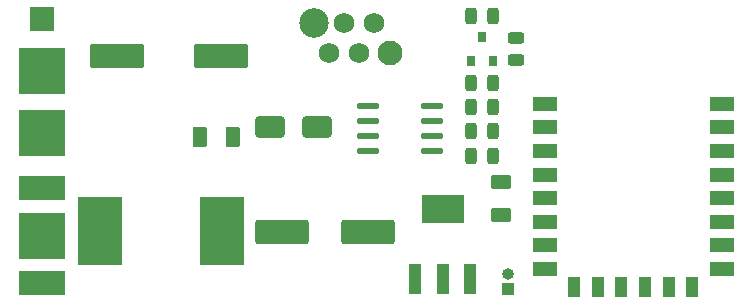
<source format=gbr>
%TF.GenerationSoftware,KiCad,Pcbnew,7.0.10*%
%TF.CreationDate,2025-01-28T16:46:30+01:00*%
%TF.ProjectId,LED_Wled,4c45445f-576c-4656-942e-6b696361645f,rev?*%
%TF.SameCoordinates,Original*%
%TF.FileFunction,Soldermask,Top*%
%TF.FilePolarity,Negative*%
%FSLAX46Y46*%
G04 Gerber Fmt 4.6, Leading zero omitted, Abs format (unit mm)*
G04 Created by KiCad (PCBNEW 7.0.10) date 2025-01-28 16:46:30*
%MOMM*%
%LPD*%
G01*
G04 APERTURE LIST*
G04 Aperture macros list*
%AMRoundRect*
0 Rectangle with rounded corners*
0 $1 Rounding radius*
0 $2 $3 $4 $5 $6 $7 $8 $9 X,Y pos of 4 corners*
0 Add a 4 corners polygon primitive as box body*
4,1,4,$2,$3,$4,$5,$6,$7,$8,$9,$2,$3,0*
0 Add four circle primitives for the rounded corners*
1,1,$1+$1,$2,$3*
1,1,$1+$1,$4,$5*
1,1,$1+$1,$6,$7*
1,1,$1+$1,$8,$9*
0 Add four rect primitives between the rounded corners*
20,1,$1+$1,$2,$3,$4,$5,0*
20,1,$1+$1,$4,$5,$6,$7,0*
20,1,$1+$1,$6,$7,$8,$9,0*
20,1,$1+$1,$8,$9,$2,$3,0*%
G04 Aperture macros list end*
%ADD10RoundRect,0.250000X-1.000000X-0.650000X1.000000X-0.650000X1.000000X0.650000X-1.000000X0.650000X0*%
%ADD11C,2.100000*%
%ADD12C,2.500000*%
%ADD13C,1.750000*%
%ADD14R,1.000000X1.000000*%
%ADD15O,1.000000X1.000000*%
%ADD16R,3.824003X5.820015*%
%ADD17R,0.800000X0.900000*%
%ADD18RoundRect,0.243750X-0.243750X-0.456250X0.243750X-0.456250X0.243750X0.456250X-0.243750X0.456250X0*%
%ADD19RoundRect,0.243750X0.456250X-0.243750X0.456250X0.243750X-0.456250X0.243750X-0.456250X-0.243750X0*%
%ADD20O,1.950216X0.568402*%
%ADD21RoundRect,0.243750X0.243750X0.456250X-0.243750X0.456250X-0.243750X-0.456250X0.243750X-0.456250X0*%
%ADD22R,1.100000X2.500000*%
%ADD23R,3.600000X2.340005*%
%ADD24RoundRect,0.250000X0.625000X-0.375000X0.625000X0.375000X-0.625000X0.375000X-0.625000X-0.375000X0*%
%ADD25RoundRect,0.250001X2.049999X0.799999X-2.049999X0.799999X-2.049999X-0.799999X2.049999X-0.799999X0*%
%ADD26RoundRect,0.250000X-0.375000X-0.625000X0.375000X-0.625000X0.375000X0.625000X-0.375000X0.625000X0*%
%ADD27R,2.000000X1.200000*%
%ADD28R,1.100000X1.700000*%
%ADD29R,2.000000X2.000000*%
%ADD30R,4.000000X4.000000*%
%ADD31RoundRect,0.250001X1.999999X0.799999X-1.999999X0.799999X-1.999999X-0.799999X1.999999X-0.799999X0*%
%ADD32R,4.000000X2.000000*%
G04 APERTURE END LIST*
D10*
%TO.C,D1*%
X92750000Y-57500000D03*
X96750000Y-57500000D03*
%TD*%
D11*
%TO.C,J1*%
X102910000Y-51245000D03*
D12*
X96440000Y-48705000D03*
D13*
X97770000Y-51245000D03*
X99040000Y-48705000D03*
X100310000Y-51245000D03*
X101580000Y-48705000D03*
%TD*%
D14*
%TO.C,BOOT1*%
X112900000Y-71200000D03*
D15*
X112900000Y-69930000D03*
%TD*%
D16*
%TO.C,L1*%
X78321946Y-66300000D03*
X88678054Y-66300000D03*
%TD*%
D17*
%TO.C,Q1*%
X109750000Y-51900000D03*
X111650000Y-51900000D03*
X110700000Y-49900000D03*
%TD*%
D18*
%TO.C,R1*%
X109762500Y-55800000D03*
X111637500Y-55800000D03*
%TD*%
D19*
%TO.C,R4*%
X113600000Y-51837500D03*
X113600000Y-49962500D03*
%TD*%
D18*
%TO.C,R5*%
X109725000Y-48100000D03*
X111600000Y-48100000D03*
%TD*%
D20*
%TO.C,U2*%
X106455105Y-59505004D03*
X106455105Y-58235001D03*
X106455105Y-56964999D03*
X106455105Y-55694996D03*
X101044895Y-55694996D03*
X101044895Y-56964999D03*
X101044895Y-58235001D03*
X101044895Y-59505004D03*
%TD*%
D21*
%TO.C,R2*%
X111637500Y-53750000D03*
X109762500Y-53750000D03*
%TD*%
D22*
%TO.C,U3*%
X105050025Y-70319952D03*
X107350000Y-70319952D03*
X109649975Y-70319952D03*
D23*
X107350000Y-64380023D03*
%TD*%
D24*
%TO.C,C5*%
X112300000Y-64900000D03*
X112300000Y-62100000D03*
%TD*%
D18*
%TO.C,C4*%
X109725000Y-59900000D03*
X111600000Y-59900000D03*
%TD*%
D25*
%TO.C,C2*%
X88600000Y-51500000D03*
X79800000Y-51500000D03*
%TD*%
D21*
%TO.C,R3*%
X111637500Y-57850000D03*
X109762500Y-57850000D03*
%TD*%
D26*
%TO.C,C3*%
X86850000Y-58300000D03*
X89650000Y-58300000D03*
%TD*%
D27*
%TO.C,U1*%
X116000000Y-55500000D03*
X116000000Y-57500000D03*
X116000000Y-59500000D03*
X116000000Y-61500000D03*
X116000000Y-63500000D03*
X116000000Y-65500000D03*
X116000000Y-67500000D03*
X116000000Y-69500000D03*
D28*
X118500000Y-71000000D03*
X120500000Y-71000000D03*
X122500000Y-71000000D03*
X124500000Y-71000000D03*
X126500000Y-71000000D03*
X128500000Y-71000000D03*
D27*
X131000000Y-69500000D03*
X131000000Y-67500000D03*
X131000000Y-65500000D03*
X131000000Y-63500000D03*
X131000000Y-61500000D03*
X131000000Y-59500000D03*
X131000000Y-57500000D03*
X131000000Y-55500000D03*
%TD*%
D29*
%TO.C,J3*%
X73475000Y-48325000D03*
%TD*%
D30*
%TO.C,J2*%
X73400000Y-57950000D03*
%TD*%
D31*
%TO.C,C1*%
X101000000Y-66375000D03*
X93800000Y-66375000D03*
%TD*%
D30*
%TO.C,J4*%
X73400000Y-52775000D03*
%TD*%
%TO.C,JP1*%
X73450000Y-66675000D03*
D32*
X73450000Y-62675000D03*
X73450000Y-70675000D03*
%TD*%
M02*

</source>
